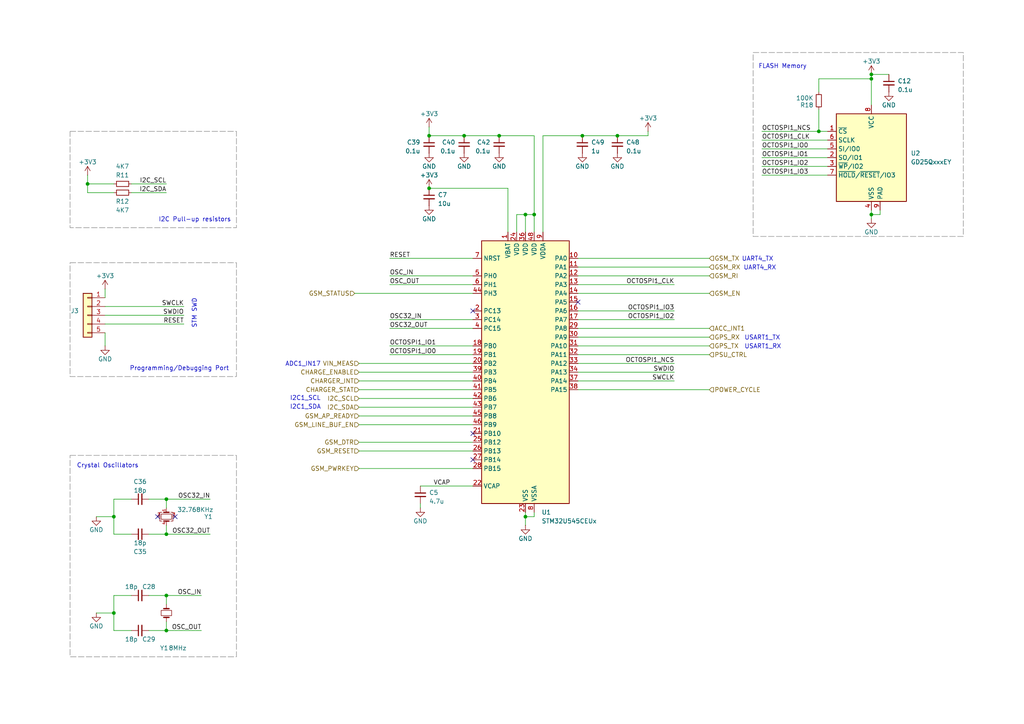
<source format=kicad_sch>
(kicad_sch (version 20250114) (generator "eeschema") (generator_version "9.0")
  (paper "A4")
  (lib_symbols
    (symbol "Connector_Generic:Conn_01x05" (pin_names (offset 1.016) (hide yes))
      (property "Reference" "J" (at 0 7.62 0))
      (property "Value" "Conn_01x05" (at 0 -7.62 0))
      (symbol "Conn_01x05_1_1"
        (rectangle (start -1.27 6.35) (end 1.27 -6.35) (stroke (width 0.254)) (fill (type background)))
        (rectangle (start -1.27 5.207) (end 0 4.953) (stroke (width 0.1524)))
        (rectangle (start -1.27 2.667) (end 0 2.413) (stroke (width 0.1524)))
        (rectangle (start -1.27 0.127) (end 0 -0.127) (stroke (width 0.1524)))
        (rectangle (start -1.27 -2.413) (end 0 -2.667) (stroke (width 0.1524)))
        (rectangle (start -1.27 -4.953) (end 0 -5.207) (stroke (width 0.1524)))
        (pin passive line (at -5.08 5.08 0) (length 3.81) (name "Pin_1") (number "1"))
        (pin passive line (at -5.08 2.54 0) (length 3.81) (name "Pin_2") (number "2"))
        (pin passive line (at -5.08 0 0) (length 3.81) (name "Pin_3") (number "3"))
        (pin passive line (at -5.08 -2.54 0) (length 3.81) (name "Pin_4") (number "4"))
        (pin passive line (at -5.08 -5.08 0) (length 3.81) (name "Pin_5") (number "5"))
      )
    )
    (symbol "Device:C_Small" (pin_numbers (hide yes)) (pin_names (offset 0.254) (hide yes))
      (property "Reference" "C" (at 0.254 1.778 0))
      (property "Value" "C_Small" (at 0.254 -2.032 0))
      (symbol "C_Small_0_1"
        (polyline (pts (xy -1.524 0.508) (xy 1.524 0.508)) (stroke (width 0.3048)))
        (polyline (pts (xy -1.524 -0.508) (xy 1.524 -0.508)) (stroke (width 0.3302)))
      )
      (symbol "C_Small_1_1"
        (pin passive line (at 0 2.54 270) (length 2.032) (name "~") (number "1"))
        (pin passive line (at 0 -2.54 90) (length 2.032) (name "~") (number "2"))
      )
    )
    (symbol "Device:Crystal_GND23_Small" (pin_names (offset 1.016) (hide yes))
      (property "Reference" "Y" (at 1.27 4.445 0))
      (property "Value" "Crystal_GND23_Small" (at 1.27 2.54 0))
      (symbol "Crystal_GND23_Small_0_1"
        (polyline (pts (xy -1.27 1.27) (xy -1.27 1.905) (xy 1.27 1.905) (xy 1.27 1.27)))
        (polyline (pts (xy -1.27 -0.762) (xy -1.27 0.762)) (stroke (width 0.381)))
        (polyline (pts (xy -1.27 -1.27) (xy -1.27 -1.905) (xy 1.27 -1.905) (xy 1.27 -1.27)))
        (rectangle (start -0.762 -1.524) (end 0.762 1.524))
        (polyline (pts (xy 1.27 -0.762) (xy 1.27 0.762)) (stroke (width 0.381)))
      )
      (symbol "Crystal_GND23_Small_1_1"
        (pin passive line (at -2.54 0 0) (length 1.27) (name "1") (number "1"))
        (pin passive line (at 0 2.54 270) (length 0.635) (name "3") (number "3"))
        (pin passive line (at 0 -2.54 90) (length 0.635) (name "2") (number "2"))
        (pin passive line (at 2.54 0 180) (length 1.27) (name "4") (number "4"))
      )
    )
    (symbol "Device:Crystal_Small" (pin_numbers (hide yes)) (pin_names (offset 1.016) (hide yes))
      (property "Reference" "Y" (at 0 2.54 0))
      (property "Value" "Crystal_Small" (at 0 -2.54 0))
      (symbol "Crystal_Small_0_1"
        (polyline (pts (xy -1.27 -0.762) (xy -1.27 0.762)) (stroke (width 0.381)))
        (rectangle (start -0.762 -1.524) (end 0.762 1.524))
        (polyline (pts (xy 1.27 -0.762) (xy 1.27 0.762)) (stroke (width 0.381)))
      )
      (symbol "Crystal_Small_1_1"
        (pin passive line (at -2.54 0 0) (length 1.27) (name "1") (number "1"))
        (pin passive line (at 2.54 0 180) (length 1.27) (name "2") (number "2"))
      )
    )
    (symbol "Device:R_Small" (pin_numbers (hide yes)) (pin_names (offset 0.254) (hide yes))
      (property "Reference" "R" (at 0 0 90))
      (property "Value" "R_Small" (at 1.778 0 90))
      (symbol "R_Small_0_1"
        (rectangle (start -0.762 1.778) (end 0.762 -1.778) (stroke (width 0.2032)))
      )
      (symbol "R_Small_1_1"
        (pin passive line (at 0 2.54 270) (length 0.762) (name "~") (number "1"))
        (pin passive line (at 0 -2.54 90) (length 0.762) (name "~") (number "2"))
      )
    )
    (symbol "MCU_ST_STM32U5:STM32U545CEUx"
      (property "Reference" "U" (at -12.7 39.37 0))
      (property "Value" "STM32U545CEUx" (at 7.62 39.37 0))
      (symbol "STM32U545CEUx_0_1"
        (rectangle (start -12.7 -38.1) (end 12.7 38.1) (stroke (width 0.254)) (fill (type background)))
      )
      (symbol "STM32U545CEUx_1_1"
        (pin input line (at -15.24 33.02 0) (length 2.54) (name "NRST") (number "7"))
        (pin bidirectional line (at -15.24 27.94 0) (length 2.54) (name "PH0") (number "5"))
        (pin bidirectional line (at -15.24 25.4 0) (length 2.54) (name "PH1") (number "6"))
        (pin bidirectional line (at -15.24 22.86 0) (length 2.54) (name "PH3") (number "44"))
        (pin bidirectional line (at -15.24 17.78 0) (length 2.54) (name "PC13") (number "2"))
        (pin bidirectional line (at -15.24 15.24 0) (length 2.54) (name "PC14") (number "3"))
        (pin bidirectional line (at -15.24 12.7 0) (length 2.54) (name "PC15") (number "4"))
        (pin bidirectional line (at -15.24 7.62 0) (length 2.54) (name "PB0") (number "18"))
        (pin bidirectional line (at -15.24 5.08 0) (length 2.54) (name "PB1") (number "19"))
        (pin bidirectional line (at -15.24 2.54 0) (length 2.54) (name "PB2") (number "20"))
        (pin bidirectional line (at -15.24 0 0) (length 2.54) (name "PB3") (number "39"))
        (pin bidirectional line (at -15.24 -2.54 0) (length 2.54) (name "PB4") (number "40"))
        (pin bidirectional line (at -15.24 -5.08 0) (length 2.54) (name "PB5") (number "41"))
        (pin bidirectional line (at -15.24 -7.62 0) (length 2.54) (name "PB6") (number "42"))
        (pin bidirectional line (at -15.24 -10.16 0) (length 2.54) (name "PB7") (number "43"))
        (pin bidirectional line (at -15.24 -12.7 0) (length 2.54) (name "PB8") (number "45"))
        (pin bidirectional line (at -15.24 -15.24 0) (length 2.54) (name "PB9") (number "46"))
        (pin bidirectional line (at -15.24 -17.78 0) (length 2.54) (name "PB10") (number "21"))
        (pin bidirectional line (at -15.24 -20.32 0) (length 2.54) (name "PB12") (number "25"))
        (pin bidirectional line (at -15.24 -22.86 0) (length 2.54) (name "PB13") (number "26"))
        (pin bidirectional line (at -15.24 -25.4 0) (length 2.54) (name "PB14") (number "27"))
        (pin bidirectional line (at -15.24 -27.94 0) (length 2.54) (name "PB15") (number "28"))
        (pin power_out line (at -15.24 -33.02 0) (length 2.54) (name "VCAP") (number "22"))
        (pin power_in line (at -5.08 40.64 270) (length 2.54) (name "VBAT") (number "1"))
        (pin power_in line (at -2.54 40.64 270) (length 2.54) (name "VDD") (number "24"))
        (pin power_in line (at 0 40.64 270) (length 2.54) (name "VDD") (number "36"))
        (pin power_in line (at 0 -40.64 90) (length 2.54) (name "VSS") (number "23"))
        (pin passive line (at 0 -40.64 90) (length 2.54) (hide yes) (name "VSS") (number "35"))
        (pin passive line (at 0 -40.64 90) (length 2.54) (hide yes) (name "VSS") (number "47"))
        (pin passive line (at 0 -40.64 90) (length 2.54) (hide yes) (name "VSS") (number "49"))
        (pin power_in line (at 2.54 40.64 270) (length 2.54) (name "VDD") (number "48"))
        (pin power_in line (at 2.54 -40.64 90) (length 2.54) (name "VSSA") (number "8"))
        (pin power_in line (at 5.08 40.64 270) (length 2.54) (name "VDDA") (number "9"))
        (pin bidirectional line (at 15.24 33.02 180) (length 2.54) (name "PA0") (number "10"))
        (pin bidirectional line (at 15.24 30.48 180) (length 2.54) (name "PA1") (number "11"))
        (pin bidirectional line (at 15.24 27.94 180) (length 2.54) (name "PA2") (number "12"))
        (pin bidirectional line (at 15.24 25.4 180) (length 2.54) (name "PA3") (number "13"))
        (pin bidirectional line (at 15.24 22.86 180) (length 2.54) (name "PA4") (number "14"))
        (pin bidirectional line (at 15.24 20.32 180) (length 2.54) (name "PA5") (number "15"))
        (pin bidirectional line (at 15.24 17.78 180) (length 2.54) (name "PA6") (number "16"))
        (pin bidirectional line (at 15.24 15.24 180) (length 2.54) (name "PA7") (number "17"))
        (pin bidirectional line (at 15.24 12.7 180) (length 2.54) (name "PA8") (number "29"))
        (pin bidirectional line (at 15.24 10.16 180) (length 2.54) (name "PA9") (number "30"))
        (pin bidirectional line (at 15.24 7.62 180) (length 2.54) (name "PA10") (number "31"))
        (pin bidirectional line (at 15.24 5.08 180) (length 2.54) (name "PA11") (number "32"))
        (pin bidirectional line (at 15.24 2.54 180) (length 2.54) (name "PA12") (number "33"))
        (pin bidirectional line (at 15.24 0 180) (length 2.54) (name "PA13") (number "34"))
        (pin bidirectional line (at 15.24 -2.54 180) (length 2.54) (name "PA14") (number "37"))
        (pin bidirectional line (at 15.24 -5.08 180) (length 2.54) (name "PA15") (number "38"))
      )
    )
    (symbol "Memory_Flash:GD25QxxxEY"
      (property "Reference" "U" (at -9.398 13.97 0))
      (property "Value" "GD25QxxxEY" (at 7.112 13.97 0))
      (symbol "GD25QxxxEY_0_1"
        (rectangle (start -10.16 12.7) (end 10.16 -12.7) (stroke (width 0.254)) (fill (type background)))
      )
      (symbol "GD25QxxxEY_1_1"
        (pin input line (at -12.7 7.62 0) (length 2.54) (name "~{CS}") (number "1"))
        (pin input line (at -12.7 5.08 0) (length 2.54) (name "SCLK") (number "6"))
        (pin bidirectional line (at -12.7 2.54 0) (length 2.54) (name "SI/IO0") (number "5"))
        (pin bidirectional line (at -12.7 0 0) (length 2.54) (name "SO/IO1") (number "2"))
        (pin bidirectional line (at -12.7 -2.54 0) (length 2.54) (name "~{WP}/IO2") (number "3"))
        (pin bidirectional line (at -12.7 -5.08 0) (length 2.54) (name "~{HOLD}/~{RESET}/IO3") (number "7"))
        (pin power_in line (at 0 15.24 270) (length 2.54) (name "VCC") (number "8"))
        (pin power_in line (at 0 -15.24 90) (length 2.54) (name "VSS") (number "4"))
        (pin passive line (at 2.54 -15.24 90) (length 2.54) (name "PAD") (number "9"))
      )
    )
    (symbol "power:+3.3V" (power) (pin_numbers (hide yes)) (pin_names (offset 0) (hide yes))
      (property "Value" "+3.3V" (at 0 3.556 0))
      (symbol "+3.3V_0_1"
        (polyline (pts (xy -0.762 1.27) (xy 0 2.54)))
        (polyline (pts (xy 0 2.54) (xy 0.762 1.27)))
        (polyline (pts (xy 0 0) (xy 0 2.54)))
      )
      (symbol "+3.3V_1_1"
        (pin power_in line (at 0 0 90) (length 0) (name "~") (number "1"))
      )
    )
    (symbol "power:GND" (power) (pin_numbers (hide yes)) (pin_names (offset 0) (hide yes))
      (property "Value" "GND" (at 0 -3.81 0))
      (symbol "GND_0_1"
        (polyline (pts (xy 0 0) (xy 0 -1.27) (xy 1.27 -1.27) (xy 0 -2.54) (xy -1.27 -1.27) (xy 0 -1.27)))
      )
      (symbol "GND_1_1"
        (pin power_in line (at 0 0 270) (length 0) (name "~") (number "1"))
      )
    )
  )
  (rectangle (start 218.44 15.24) (end 279.4 68.58) (stroke (width 0) (type dash) (color 132 132 132 1)))
  (rectangle (start 20.32 132.08) (end 68.58 190.5) (stroke (width 0) (type dash) (color 132 132 132 1)))
  (rectangle (start 20.32 38.1) (end 68.58 66.04) (stroke (width 0) (type dash) (color 132 132 132 1)))
  (rectangle (start 20.32 76.2) (end 68.58 109.22) (stroke (width 0) (type dash) (color 132 132 132 1)))
  (text "USART1_RX" (at 215.9 101.346 0) (effects (font (size 1.27 1.27)) (justify left bottom)))
  (text "UART4_TX" (at 215.138 75.946 0) (effects (font (size 1.27 1.27)) (justify left bottom)))
  (text "STM SWD" (at 57.15 95.25 90) (effects (font (size 1.27 1.27)) (justify left bottom)))
  (text "I2C1_SCL" (at 84.074 116.332 0) (effects (font (size 1.27 1.27)) (justify left bottom)))
  (text "I2C1_SDA" (at 84.074 118.872 0) (effects (font (size 1.27 1.27)) (justify left bottom)))
  (text "Crystal Oscillators" (at 31.242 135.128 0) (effects (font (size 1.27 1.27))))
  (text "UART4_RX" (at 215.646 78.486 0) (effects (font (size 1.27 1.27)) (justify left bottom)))
  (text "USART1_TX" (at 215.9 98.806 0) (effects (font (size 1.27 1.27)) (justify left bottom)))
  (text "Programming/Debugging Port" (at 37.592 107.696 0) (effects (font (size 1.27 1.27)) (justify left bottom)))
  (text "FLASH Memory" (at 219.964 20.066 0) (effects (font (size 1.27 1.27)) (justify left bottom)))
  (text "ADC1_IN17" (at 87.884 105.664 0) (effects (font (size 1.27 1.27))))
  (text "I2C Pull-up resistors" (at 45.974 64.516 0) (effects (font (size 1.27 1.27)) (justify left bottom)))
  (junction (at 252.73 21.59))
  (junction (at 48.26 172.72) (diameter 0.9144))
  (junction (at 124.46 39.37))
  (junction (at 48.26 182.88) (diameter 0.9144))
  (junction (at 252.73 22.86))
  (junction (at 252.73 62.23))
  (junction (at 152.4 149.86))
  (junction (at 25.4 53.34) (diameter 0.9144))
  (junction (at 33.02 149.86))
  (junction (at 152.4 62.23))
  (junction (at 179.07 39.37))
  (junction (at 154.94 62.23))
  (junction (at 144.78 39.37))
  (junction (at 48.26 154.94) (diameter 0.9144))
  (junction (at 168.91 39.37))
  (junction (at 33.02 177.8))
  (junction (at 124.46 54.61))
  (junction (at 237.49 38.1))
  (junction (at 134.62 39.37))
  (junction (at 48.26 144.78) (diameter 0.9144))
  (no_connect (at 137.16 125.73))
  (no_connect (at 50.8 149.86))
  (no_connect (at 137.16 90.17))
  (no_connect (at 137.16 133.35))
  (no_connect (at 167.64 87.63))
  (no_connect (at 45.72 149.86))
  (wire (pts (xy 220.98 48.26) (xy 240.03 48.26)))
  (wire (pts (xy 154.94 39.37) (xy 144.78 39.37)))
  (wire (pts (xy 167.64 113.03) (xy 205.74 113.03)))
  (wire (pts (xy 152.4 149.86) (xy 154.94 149.86)))
  (wire (pts (xy 48.26 144.78) (xy 48.26 147.32)))
  (wire (pts (xy 104.14 120.65) (xy 137.16 120.65)))
  (wire (pts (xy 157.48 39.37) (xy 168.91 39.37)))
  (wire (pts (xy 121.92 140.97) (xy 137.16 140.97)))
  (wire (pts (xy 43.18 182.88) (xy 48.26 182.88)))
  (wire (pts (xy 104.14 110.49) (xy 137.16 110.49)))
  (wire (pts (xy 152.4 62.23) (xy 154.94 62.23)))
  (wire (pts (xy 124.46 36.83) (xy 124.46 39.37)))
  (wire (pts (xy 167.64 77.47) (xy 205.74 77.47)))
  (wire (pts (xy 220.98 43.18) (xy 240.03 43.18)))
  (wire (pts (xy 113.03 82.55) (xy 137.16 82.55)))
  (wire (pts (xy 33.02 154.94) (xy 38.1 154.94)))
  (wire (pts (xy 152.4 149.86) (xy 152.4 152.4)))
  (wire (pts (xy 27.94 177.8) (xy 33.02 177.8)))
  (wire (pts (xy 167.64 105.41) (xy 195.58 105.41)))
  (wire (pts (xy 167.64 95.25) (xy 205.74 95.25)))
  (wire (pts (xy 167.64 100.33) (xy 205.74 100.33)))
  (wire (pts (xy 137.16 128.27) (xy 104.14 128.27)))
  (wire (pts (xy 124.46 39.37) (xy 134.62 39.37)))
  (wire (pts (xy 38.1 172.72) (xy 33.02 172.72)))
  (wire (pts (xy 121.92 147.32) (xy 121.92 146.05)))
  (wire (pts (xy 220.98 38.1) (xy 237.49 38.1)))
  (wire (pts (xy 38.1 182.88) (xy 33.02 182.88)))
  (wire (pts (xy 149.86 62.23) (xy 152.4 62.23)))
  (wire (pts (xy 137.16 123.19) (xy 104.14 123.19)))
  (wire (pts (xy 25.4 53.34) (xy 25.4 50.8)))
  (wire (pts (xy 33.02 53.34) (xy 25.4 53.34)))
  (wire (pts (xy 154.94 148.59) (xy 154.94 149.86)))
  (wire (pts (xy 33.02 149.86) (xy 33.02 144.78)))
  (wire (pts (xy 33.02 144.78) (xy 38.1 144.78)))
  (wire (pts (xy 237.49 31.75) (xy 237.49 38.1)))
  (wire (pts (xy 152.4 62.23) (xy 152.4 67.31)))
  (wire (pts (xy 167.64 97.79) (xy 205.74 97.79)))
  (wire (pts (xy 30.48 83.82) (xy 30.48 86.36)))
  (wire (pts (xy 48.26 144.78) (xy 60.96 144.78)))
  (wire (pts (xy 48.26 144.78) (xy 43.18 144.78)))
  (wire (pts (xy 33.02 177.8) (xy 33.02 182.88)))
  (wire (pts (xy 25.4 55.88) (xy 25.4 53.34)))
  (wire (pts (xy 33.02 55.88) (xy 25.4 55.88)))
  (wire (pts (xy 167.64 102.87) (xy 205.74 102.87)))
  (wire (pts (xy 167.64 107.95) (xy 195.58 107.95)))
  (wire (pts (xy 252.73 22.86) (xy 252.73 30.48)))
  (wire (pts (xy 113.03 74.93) (xy 137.16 74.93)))
  (wire (pts (xy 38.1 55.88) (xy 48.26 55.88)))
  (wire (pts (xy 167.64 90.17) (xy 195.58 90.17)))
  (wire (pts (xy 33.02 172.72) (xy 33.02 177.8)))
  (wire (pts (xy 220.98 40.64) (xy 240.03 40.64)))
  (wire (pts (xy 237.49 26.67) (xy 237.49 22.86)))
  (wire (pts (xy 113.03 80.01) (xy 137.16 80.01)))
  (wire (pts (xy 154.94 62.23) (xy 154.94 39.37)))
  (wire (pts (xy 134.62 39.37) (xy 144.78 39.37)))
  (wire (pts (xy 124.46 54.61) (xy 147.32 54.61)))
  (wire (pts (xy 154.94 62.23) (xy 154.94 67.31)))
  (wire (pts (xy 252.73 60.96) (xy 252.73 62.23)))
  (wire (pts (xy 167.64 82.55) (xy 195.58 82.55)))
  (wire (pts (xy 38.1 53.34) (xy 48.26 53.34)))
  (wire (pts (xy 147.32 54.61) (xy 147.32 67.31)))
  (wire (pts (xy 113.03 102.87) (xy 137.16 102.87)))
  (wire (pts (xy 167.64 85.09) (xy 205.74 85.09)))
  (wire (pts (xy 255.27 60.96) (xy 255.27 62.23)))
  (wire (pts (xy 152.4 148.59) (xy 152.4 149.86)))
  (wire (pts (xy 252.73 21.59) (xy 252.73 22.86)))
  (wire (pts (xy 48.26 152.4) (xy 48.26 154.94)))
  (wire (pts (xy 27.94 149.86) (xy 33.02 149.86)))
  (wire (pts (xy 167.64 110.49) (xy 195.58 110.49)))
  (wire (pts (xy 167.64 80.01) (xy 205.74 80.01)))
  (wire (pts (xy 30.48 88.9) (xy 53.34 88.9)))
  (wire (pts (xy 104.14 130.81) (xy 137.16 130.81)))
  (wire (pts (xy 255.27 62.23) (xy 252.73 62.23)))
  (wire (pts (xy 113.03 95.25) (xy 137.16 95.25)))
  (wire (pts (xy 102.87 85.09) (xy 137.16 85.09)))
  (wire (pts (xy 48.26 172.72) (xy 58.42 172.72)))
  (wire (pts (xy 104.14 107.95) (xy 137.16 107.95)))
  (wire (pts (xy 30.48 91.44) (xy 53.34 91.44)))
  (wire (pts (xy 168.91 39.37) (xy 179.07 39.37)))
  (wire (pts (xy 33.02 154.94) (xy 33.02 149.86)))
  (wire (pts (xy 48.26 172.72) (xy 48.26 175.26)))
  (wire (pts (xy 30.48 93.98) (xy 53.34 93.98)))
  (wire (pts (xy 237.49 22.86) (xy 252.73 22.86)))
  (wire (pts (xy 187.96 38.1) (xy 187.96 39.37)))
  (wire (pts (xy 104.14 113.03) (xy 137.16 113.03)))
  (wire (pts (xy 167.64 92.71) (xy 195.58 92.71)))
  (wire (pts (xy 157.48 39.37) (xy 157.48 67.31)))
  (wire (pts (xy 237.49 38.1) (xy 240.03 38.1)))
  (wire (pts (xy 220.98 50.8) (xy 240.03 50.8)))
  (wire (pts (xy 43.18 172.72) (xy 48.26 172.72)))
  (wire (pts (xy 104.14 105.41) (xy 137.16 105.41)))
  (wire (pts (xy 167.64 74.93) (xy 205.74 74.93)))
  (wire (pts (xy 48.26 182.88) (xy 58.42 182.88)))
  (wire (pts (xy 104.14 118.11) (xy 137.16 118.11)))
  (wire (pts (xy 30.48 96.52) (xy 30.48 100.33)))
  (wire (pts (xy 113.03 100.33) (xy 137.16 100.33)))
  (wire (pts (xy 220.98 45.72) (xy 240.03 45.72)))
  (wire (pts (xy 149.86 62.23) (xy 149.86 67.31)))
  (wire (pts (xy 60.96 154.94) (xy 48.26 154.94)))
  (wire (pts (xy 48.26 154.94) (xy 43.18 154.94)))
  (wire (pts (xy 48.26 182.88) (xy 48.26 180.34)))
  (wire (pts (xy 104.14 115.57) (xy 137.16 115.57)))
  (wire (pts (xy 113.03 92.71) (xy 137.16 92.71)))
  (wire (pts (xy 252.73 62.23) (xy 252.73 63.5)))
  (wire (pts (xy 257.81 21.59) (xy 252.73 21.59)))
  (wire (pts (xy 104.14 135.89) (xy 137.16 135.89)))
  (wire (pts (xy 187.96 39.37) (xy 179.07 39.37)))
  (label "VCAP" (at 125.73 140.97 0))
  (label "OSC32_IN" (at 60.96 144.78 180))
  (label "OCTOSPI1_IO3" (at 220.98 50.8 0))
  (label "SWCLK" (at 195.58 110.49 180))
  (label "SWDIO" (at 195.58 107.95 180))
  (label "OSC_OUT" (at 113.03 82.55 0))
  (label "OCTOSPI1_IO0" (at 113.03 102.87 0))
  (label "RESET" (at 113.03 74.93 0))
  (label "I2C_SCL" (at 48.26 53.34 180))
  (label "SWDIO" (at 53.34 91.44 180))
  (label "OCTOSPI1_NCS" (at 195.58 105.41 180))
  (label "OSC32_OUT" (at 113.03 95.25 0))
  (label "I2C_SDA" (at 48.26 55.88 180))
  (label "RESET" (at 53.34 93.98 180))
  (label "OSC32_IN" (at 113.03 92.71 0))
  (label "OCTOSPI1_IO1" (at 220.98 45.72 0))
  (label "OSC_IN" (at 58.42 172.72 180))
  (label "OSC_OUT" (at 58.42 182.88 180))
  (label "OCTOSPI1_IO3" (at 195.58 90.17 180))
  (label "OCTOSPI1_IO2" (at 195.58 92.71 180))
  (label "OCTOSPI1_CLK" (at 195.58 82.55 180))
  (label "OSC32_OUT" (at 60.96 154.94 180))
  (label "OCTOSPI1_NCS" (at 220.98 38.1 0))
  (label "OCTOSPI1_IO1" (at 113.03 100.33 0))
  (label "SWCLK" (at 53.34 88.9 180))
  (label "OCTOSPI1_IO2" (at 220.98 48.26 0))
  (label "OSC_IN" (at 113.03 80.01 0))
  (label "OCTOSPI1_CLK" (at 220.98 40.64 0))
  (label "OCTOSPI1_IO0" (at 220.98 43.18 0))
  (hierarchical_label "ACC_INT1" (shape input) (at 205.74 95.25 0))
  (hierarchical_label "GSM_TX" (shape input) (at 205.74 74.93 0))
  (hierarchical_label "GSM_STATUS" (shape input) (at 102.87 85.09 180))
  (hierarchical_label "PSU_CTRL" (shape input) (at 205.74 102.87 0))
  (hierarchical_label "GSM_LINE_BUF_EN" (shape input) (at 104.14 123.19 180))
  (hierarchical_label "GSM_EN" (shape input) (at 205.74 85.09 0))
  (hierarchical_label "GSM_RI" (shape input) (at 205.74 80.01 0))
  (hierarchical_label "GSM_RESET" (shape input) (at 104.14 130.81 180))
  (hierarchical_label "CHARGER_STAT" (shape input) (at 104.14 113.03 180))
  (hierarchical_label "CHARGER_INT" (shape input) (at 104.14 110.49 180))
  (hierarchical_label "POWER_CYCLE" (shape input) (at 205.74 113.03 0))
  (hierarchical_label "GSM_DTR" (shape input) (at 104.14 128.27 180))
  (hierarchical_label "I2C_SDA" (shape input) (at 104.14 118.11 180))
  (hierarchical_label "GSM_AP_READY" (shape input) (at 104.14 120.65 180))
  (hierarchical_label "CHARGE_ENABLE" (shape input) (at 104.14 107.95 180))
  (hierarchical_label "VIN_MEAS" (shape input) (at 104.14 105.41 180))
  (hierarchical_label "GPS_TX" (shape input) (at 205.74 100.33 0))
  (hierarchical_label "I2C_SCL" (shape input) (at 104.14 115.57 180))
  (hierarchical_label "GPS_RX" (shape input) (at 205.74 97.79 0))
  (hierarchical_label "GSM_RX" (shape input) (at 205.74 77.47 0))
  (hierarchical_label "GSM_PWRKEY" (shape input) (at 104.14 135.89 180))
  (symbol (lib_id "power:GND") (at 168.91 44.45 0) (mirror y) (unit 1)
    (property "Reference" "#PWR026" (effects (hide yes)))
    (property "Value" "GND" (at 168.91 48.26 0))
    (property "Description" "Power symbol creates a global label with name \"GND\" , ground" (effects (hide yes)))
    (instances (project "BK4000TG_V3" (path "" (reference "#PWR029") (unit 1))) (project "BK4000TG_V3" (path "" (reference "#PWR026") (unit 1))))
  )
  (symbol (lib_id "power:GND") (at 152.4 152.4 0) (mirror y) (unit 1)
    (property "Reference" "#PWR025" (effects (hide yes)))
    (property "Value" "GND" (at 152.4 156.21 0))
    (property "Description" "Power symbol creates a global label with name \"GND\" , ground" (effects (hide yes)))
    (instances (project "BK4000TG_V3" (path "" (reference "#PWR073") (unit 1))) (project "BK4000TG_V3" (path "" (reference "#PWR025") (unit 1))))
  )
  (symbol (lib_id "Device:Crystal_Small") (at 48.26 177.8 270) (mirror x) (unit 1)
    (property "Reference" "Y2" (at 46.3551 187.96 90) (effects (justify left)))
    (property "Value" "8MHz" (at 48.8951 187.96 90) (effects (justify left)))
    (property "Footprint" "Crystal:Crystal_SMD_0603-4Pin_6.0x3.5mm" (effects (hide yes)))
    (property "Description" "Two pin crystal, small symbol" (effects (hide yes)))
    (property "Part No" "MCSJK-6G-8.00-16-10-80-B-20" (effects (hide yes)))
    (instances (project "BK4000TG_V3" (path "" (reference "Y1") (unit 1))) (project "BK4000TG_V3" (path "" (reference "Y2") (unit 1))))
  )
  (symbol (lib_id "power:GND") (at 124.46 59.69 0) (mirror y) (unit 1)
    (property "Reference" "#PWR022" (effects (hide yes)))
    (property "Value" "GND" (at 124.46 63.5 0))
    (property "Description" "Power symbol creates a global label with name \"GND\" , ground" (effects (hide yes)))
  )
  (symbol (lib_id "Device:R_Small") (at 237.49 29.21 0) (unit 1)
    (property "Reference" "R18" (at 235.966 30.48 0) (effects (justify right)))
    (property "Value" "100K" (at 235.966 28.448 0) (effects (justify right)))
    (property "Footprint" "Resistor_SMD:R_0402_1005Metric" (effects (hide yes)))
    (property "Description" "Resistor, small symbol" (effects (hide yes)))
  )
  (symbol (lib_id "power:+3.3V") (at 30.48 83.82 0) (mirror y) (unit 1)
    (property "Reference" "#PWR015" (effects (hide yes)))
    (property "Value" "+3V3" (at 30.48 80.01 0))
    (property "Description" "Power symbol creates a global label with name \"+3.3V\"" (effects (hide yes)))
    (instances (project "BK4000TG_V3" (path "" (reference "#PWR0102") (unit 1))) (project "BK4000TG_V3" (path "" (reference "#PWR015") (unit 1))))
  )
  (symbol (lib_id "Device:C_Small") (at 134.62 41.91 0) (mirror y) (unit 1)
    (property "Reference" "C8" (at 132.08 41.2749 0) (effects (justify left)))
    (property "Value" "0.1u" (at 132.08 43.8149 0) (effects (justify left)))
    (property "Footprint" "Capacitor_SMD:C_0603_1608Metric" (effects (hide yes)))
    (property "Description" "Unpolarized capacitor, small symbol" (effects (hide yes)))
    (instances (project "BK4000TG_V3" (path "" (reference "C40") (unit 1))) (project "BK4000TG_V3" (path "" (reference "C8") (unit 1))))
  )
  (symbol (lib_id "Device:C_Small") (at 257.81 24.13 0) (unit 1)
    (property "Reference" "C12" (at 260.35 23.4949 0) (effects (justify left)))
    (property "Value" "0.1u" (at 260.35 26.0349 0) (effects (justify left)))
    (property "Footprint" "Capacitor_SMD:C_0603_1608Metric" (effects (hide yes)))
    (property "Description" "Unpolarized capacitor, small symbol" (effects (hide yes)))
  )
  (symbol (lib_id "power:GND") (at 121.92 147.32 0) (mirror y) (unit 1)
    (property "Reference" "#PWR018" (effects (hide yes)))
    (property "Value" "GND" (at 121.92 151.13 0))
    (property "Description" "Power symbol creates a global label with name \"GND\" , ground" (effects (hide yes)))
  )
  (symbol (lib_id "power:+3.3V") (at 124.46 54.61 0) (mirror y) (unit 1)
    (property "Reference" "#PWR021" (effects (hide yes)))
    (property "Value" "+3V3" (at 124.46 50.8 0))
    (property "Description" "Power symbol creates a global label with name \"+3.3V\"" (effects (hide yes)))
  )
  (symbol (lib_id "power:GND") (at 257.81 26.67 0) (mirror y) (unit 1)
    (property "Reference" "#PWR031" (effects (hide yes)))
    (property "Value" "GND" (at 257.81 30.48 0))
    (property "Description" "Power symbol creates a global label with name \"GND\" , ground" (effects (hide yes)))
  )
  (symbol (lib_id "Device:C_Small") (at 40.64 144.78 90) (mirror x) (unit 1)
    (property "Reference" "C1" (at 40.64 139.7 90))
    (property "Value" "18p" (at 40.64 142.24 90))
    (property "Footprint" "Capacitor_SMD:C_0402_1005Metric" (effects (hide yes)))
    (property "Description" "Unpolarized capacitor, small symbol" (effects (hide yes)))
    (instances (project "BK4000TG_V3" (path "" (reference "C36") (unit 1))) (project "BK4000TG_V3" (path "" (reference "C1") (unit 1))))
  )
  (symbol (lib_id "power:+3.3V") (at 187.96 38.1 0) (mirror y) (unit 1)
    (property "Reference" "#PWR028" (effects (hide yes)))
    (property "Value" "+3V3" (at 187.96 34.29 0))
    (property "Description" "Power symbol creates a global label with name \"+3.3V\"" (effects (hide yes)))
    (instances (project "BK4000TG_V3" (path "" (reference "#PWR070") (unit 1))) (project "BK4000TG_V3" (path "" (reference "#PWR028") (unit 1))))
  )
  (symbol (lib_id "Connector_Generic:Conn_01x05") (at 25.4 91.44 0) (mirror y) (unit 1)
    (property "Reference" "J3" (at 22.86 90.1699 0) (effects (justify left)))
    (property "Value" "Conn_01x05" (effects (hide yes)))
    (property "Footprint" "Connector_JST:JST_PH_B5B-PH-SM4-TB_1x05-1MP_P2.00mm_Vertical" (effects (hide yes)))
    (property "Description" "Generic connector, single row, 01x05, script generated (kicad-library-utils/schlib/autogen/connector/)" (effects (hide yes)))
  )
  (symbol (lib_id "power:+3.3V") (at 124.46 36.83 0) (mirror y) (unit 1)
    (property "Reference" "#PWR019" (effects (hide yes)))
    (property "Value" "+3V3" (at 124.46 33.02 0))
    (property "Description" "Power symbol creates a global label with name \"+3.3V\"" (effects (hide yes)))
    (instances (project "BK4000TG_V3" (path "" (reference "#PWR069") (unit 1))) (project "BK4000TG_V3" (path "" (reference "#PWR019") (unit 1))))
  )
  (symbol (lib_id "power:GND") (at 134.62 44.45 0) (mirror y) (unit 1)
    (property "Reference" "#PWR023" (effects (hide yes)))
    (property "Value" "GND" (at 134.62 48.26 0))
    (property "Description" "Power symbol creates a global label with name \"GND\" , ground" (effects (hide yes)))
    (instances (project "BK4000TG_V3" (path "" (reference "#PWR08") (unit 1))) (project "BK4000TG_V3" (path "" (reference "#PWR023") (unit 1))))
  )
  (symbol (lib_id "Device:C_Small") (at 121.92 143.51 0) (unit 1)
    (property "Reference" "C5" (at 124.46 142.8749 0) (effects (justify left)))
    (property "Value" "4.7u" (at 124.46 145.4149 0) (effects (justify left)))
    (property "Footprint" "Capacitor_SMD:C_0603_1608Metric" (effects (hide yes)))
    (property "Description" "Unpolarized capacitor, small symbol" (effects (hide yes)))
  )
  (symbol (lib_id "power:GND") (at 27.94 177.8 0) (unit 1)
    (property "Reference" "#PWR014" (effects (hide yes)))
    (property "Value" "GND" (at 27.94 181.61 0))
    (property "Description" "Power symbol creates a global label with name \"GND\" , ground" (effects (hide yes)))
    (instances (project "BK4000TG_V3" (path "" (reference "#PWR072") (unit 1))) (project "BK4000TG_V3" (path "" (reference "#PWR014") (unit 1))))
  )
  (symbol (lib_id "Device:C_Small") (at 40.64 172.72 90) (unit 1)
    (property "Reference" "C3" (at 43.18 170.18 90))
    (property "Value" "18p" (at 38.1 170.18 90))
    (property "Footprint" "Capacitor_SMD:C_0402_1005Metric" (effects (hide yes)))
    (property "Description" "Unpolarized capacitor, small symbol" (effects (hide yes)))
    (instances (project "BK4000TG_V3" (path "" (reference "C28") (unit 1))) (project "BK4000TG_V3" (path "" (reference "C3") (unit 1))))
  )
  (symbol (lib_id "power:GND") (at 252.73 63.5 0) (mirror y) (unit 1)
    (property "Reference" "#PWR030" (effects (hide yes)))
    (property "Value" "GND" (at 252.73 67.31 0))
    (property "Description" "Power symbol creates a global label with name \"GND\" , ground" (effects (hide yes)))
  )
  (symbol (lib_id "Device:C_Small") (at 124.46 41.91 0) (mirror y) (unit 1)
    (property "Reference" "C6" (at 121.92 41.2749 0) (effects (justify left)))
    (property "Value" "0.1u" (at 121.92 43.8149 0) (effects (justify left)))
    (property "Footprint" "Capacitor_SMD:C_0603_1608Metric" (effects (hide yes)))
    (property "Description" "Unpolarized capacitor, small symbol" (effects (hide yes)))
    (instances (project "BK4000TG_V3" (path "" (reference "C39") (unit 1))) (project "BK4000TG_V3" (path "" (reference "C6") (unit 1))))
  )
  (symbol (lib_id "power:GND") (at 124.46 44.45 0) (mirror y) (unit 1)
    (property "Reference" "#PWR020" (effects (hide yes)))
    (property "Value" "GND" (at 124.46 48.26 0))
    (property "Description" "Power symbol creates a global label with name \"GND\" , ground" (effects (hide yes)))
    (instances (project "BK4000TG_V3" (path "" (reference "#PWR07") (unit 1))) (project "BK4000TG_V3" (path "" (reference "#PWR020") (unit 1))))
  )
  (symbol (lib_id "Device:R_Small") (at 35.56 53.34 270) (unit 1)
    (property "Reference" "R5" (at 37.4649 50.8 90) (effects (justify right)))
    (property "Value" "4K7" (at 37.4649 48.26 90) (effects (justify right)))
    (property "Footprint" "Resistor_SMD:R_0402_1005Metric" (effects (hide yes)))
    (property "Description" "Resistor, small symbol" (effects (hide yes)))
    (instances (project "BK4000TG_V3" (path "" (reference "R11") (unit 1))) (project "BK4000TG_V3" (path "" (reference "R5") (unit 1))))
  )
  (symbol (lib_id "power:GND") (at 30.48 100.33 0) (mirror y) (unit 1)
    (property "Reference" "#PWR016" (effects (hide yes)))
    (property "Value" "GND" (at 30.48 104.14 0))
    (property "Description" "Power symbol creates a global label with name \"GND\" , ground" (effects (hide yes)))
    (instances (project "BK4000TG_V3" (path "" (reference "#PWR0101") (unit 1))) (project "BK4000TG_V3" (path "" (reference "#PWR016") (unit 1))))
  )
  (symbol (lib_id "Device:C_Small") (at 179.07 41.91 0) (unit 1)
    (property "Reference" "C11" (at 181.61 41.2749 0) (effects (justify left)))
    (property "Value" "0.1u" (at 181.61 43.8149 0) (effects (justify left)))
    (property "Footprint" "Capacitor_SMD:C_0603_1608Metric" (effects (hide yes)))
    (property "Description" "Unpolarized capacitor, small symbol" (effects (hide yes)))
    (instances (project "BK4000TG_V3" (path "" (reference "C48") (unit 1))) (project "BK4000TG_V3" (path "" (reference "C11") (unit 1))))
  )
  (symbol (lib_id "Device:C_Small") (at 40.64 182.88 90) (unit 1)
    (property "Reference" "C4" (at 43.18 185.42 90))
    (property "Value" "18p" (at 38.1 185.42 90))
    (property "Footprint" "Capacitor_SMD:C_0402_1005Metric" (effects (hide yes)))
    (property "Description" "Unpolarized capacitor, small symbol" (effects (hide yes)))
    (instances (project "BK4000TG_V3" (path "" (reference "C29") (unit 1))) (project "BK4000TG_V3" (path "" (reference "C4") (unit 1))))
  )
  (symbol (lib_id "Memory_Flash:GD25QxxxEY") (at 252.73 45.72 0) (unit 1)
    (property "Reference" "U2" (at 264.16 44.4499 0) (effects (justify left)))
    (property "Value" "GD25QxxxEY" (at 264.16 46.9899 0) (effects (justify left)))
    (property "Footprint" "Package_SON:WSON-8-1EP_8x6mm_P1.27mm_EP3.4x4.3mm" (effects (hide yes)))
    (property "Datasheet" "https://www.lcsc.com/datasheet/lcsc_datasheet_2201241400_GigaDevice-Semicon-Beijing-GD25Q256EYIGR_C2927043.pdf" (effects (hide yes)))
    (property "Description" "3.0V, Standard/Dual/Quad Serial Flash, WSON-8" (effects (hide yes)))
  )
  (symbol (lib_id "power:+3.3V") (at 25.4 50.8 0) (unit 1)
    (property "Reference" "#PWR017" (effects (hide yes)))
    (property "Value" "+3V3" (at 25.4 46.99 0))
    (property "Description" "Power symbol creates a global label with name \"+3.3V\"" (effects (hide yes)))
    (instances (project "BK4000TG_V3" (path "" (reference "#PWR071") (unit 1))) (project "BK4000TG_V3" (path "" (reference "#PWR017") (unit 1))))
  )
  (symbol (lib_id "Device:C_Small") (at 124.46 57.15 0) (unit 1)
    (property "Reference" "C7" (at 127 56.5149 0) (effects (justify left)))
    (property "Value" "10u" (at 127 59.0549 0) (effects (justify left)))
    (property "Footprint" "Capacitor_SMD:C_0805_2012Metric" (effects (hide yes)))
    (property "Description" "Unpolarized capacitor, small symbol" (effects (hide yes)))
  )
  (symbol (lib_id "Device:C_Small") (at 168.91 41.91 0) (unit 1)
    (property "Reference" "C10" (at 171.45 41.2749 0) (effects (justify left)))
    (property "Value" "1u" (at 171.45 43.8149 0) (effects (justify left)))
    (property "Footprint" "Capacitor_SMD:C_0603_1608Metric" (effects (hide yes)))
    (property "Description" "Unpolarized capacitor, small symbol" (effects (hide yes)))
    (instances (project "BK4000TG_V3" (path "" (reference "C49") (unit 1))) (project "BK4000TG_V3" (path "" (reference "C10") (unit 1))))
  )
  (symbol (lib_id "power:+3.3V") (at 252.73 21.59 0) (mirror y) (unit 1)
    (property "Reference" "#PWR029" (effects (hide yes)))
    (property "Value" "+3V3" (at 252.73 17.78 0))
    (property "Description" "Power symbol creates a global label with name \"+3.3V\"" (effects (hide yes)))
  )
  (symbol (lib_id "Device:R_Small") (at 35.56 55.88 270) (unit 1)
    (property "Reference" "R6" (at 37.4649 58.42 90) (effects (justify right)))
    (property "Value" "4K7" (at 37.4649 60.96 90) (effects (justify right)))
    (property "Footprint" "Resistor_SMD:R_0402_1005Metric" (effects (hide yes)))
    (property "Description" "Resistor, small symbol" (effects (hide yes)))
    (instances (project "BK4000TG_V3" (path "" (reference "R12") (unit 1))) (project "BK4000TG_V3" (path "" (reference "R6") (unit 1))))
  )
  (symbol (lib_id "Device:C_Small") (at 144.78 41.91 0) (mirror y) (unit 1)
    (property "Reference" "C9" (at 142.24 41.2749 0) (effects (justify left)))
    (property "Value" "0.1u" (at 142.24 43.8149 0) (effects (justify left)))
    (property "Footprint" "Capacitor_SMD:C_0603_1608Metric" (effects (hide yes)))
    (property "Description" "Unpolarized capacitor, small symbol" (effects (hide yes)))
    (instances (project "BK4000TG_V3" (path "" (reference "C42") (unit 1))) (project "BK4000TG_V3" (path "" (reference "C9") (unit 1))))
  )
  (symbol (lib_id "Device:C_Small") (at 40.64 154.94 270) (mirror x) (unit 1)
    (property "Reference" "C2" (at 40.64 160.02 90))
    (property "Value" "18p" (at 40.64 157.48 90))
    (property "Footprint" "Capacitor_SMD:C_0402_1005Metric" (effects (hide yes)))
    (property "Description" "Unpolarized capacitor, small symbol" (effects (hide yes)))
    (instances (project "BK4000TG_V3" (path "" (reference "C35") (unit 1))) (project "BK4000TG_V3" (path "" (reference "C2") (unit 1))))
  )
  (symbol (lib_id "MCU_ST_STM32U5:STM32U545CEUx") (at 152.4 107.95 0) (unit 1)
    (property "Reference" "U1" (at 157.0833 148.59 0) (effects (justify left)))
    (property "Value" "STM32U545CEUx" (at 157.0833 151.13 0) (effects (justify left)))
    (property "Footprint" "Package_DFN_QFN:QFN-48-1EP_7x7mm_P0.5mm_EP5.6x5.6mm" (effects (hide yes)))
    (property "Datasheet" "https://www.st.com/resource/en/datasheet/stm32u545ce.pdf" (effects (hide yes)))
    (property "Description" "STMicroelectronics Arm Cortex-M33 MCU, 512KB flash, 274KB RAM, 37 GPIO, UFQFPN48" (effects (hide yes)))
  )
  (symbol (lib_id "Device:Crystal_GND23_Small") (at 48.26 149.86 270) (unit 1)
    (property "Reference" "Y1" (at 60.452 149.86 90))
    (property "Value" "32.768KHz" (at 56.642 147.828 90))
    (property "Footprint" "Crystal:Crystal_SMD_SeikoEpson_MC146-4Pin_6.7x1.5mm" (effects (hide yes)))
    (property "Description" "Four pin crystal, GND on pins 2 and 3, small symbol" (effects (hide yes)))
  )
  (symbol (lib_id "power:GND") (at 27.94 149.86 0) (unit 1)
    (property "Reference" "#PWR013" (effects (hide yes)))
    (property "Value" "GND" (at 27.94 153.67 0))
    (property "Description" "Power symbol creates a global label with name \"GND\" , ground" (effects (hide yes)))
    (instances (project "BK4000TG_V3" (path "" (reference "#PWR082") (unit 1))) (project "BK4000TG_V3" (path "" (reference "#PWR013") (unit 1))))
  )
  (symbol (lib_id "power:GND") (at 144.78 44.45 0) (mirror y) (unit 1)
    (property "Reference" "#PWR024" (effects (hide yes)))
    (property "Value" "GND" (at 144.78 48.26 0))
    (property "Description" "Power symbol creates a global label with name \"GND\" , ground" (effects (hide yes)))
    (instances (project "BK4000TG_V3" (path "" (reference "#PWR09") (unit 1))) (project "BK4000TG_V3" (path "" (reference "#PWR024") (unit 1))))
  )
  (symbol (lib_id "power:GND") (at 179.07 44.45 0) (mirror y) (unit 1)
    (property "Reference" "#PWR027" (effects (hide yes)))
    (property "Value" "GND" (at 179.07 48.26 0))
    (property "Description" "Power symbol creates a global label with name \"GND\" , ground" (effects (hide yes)))
    (instances (project "BK4000TG_V3" (path "" (reference "#PWR031") (unit 1))) (project "BK4000TG_V3" (path "" (reference "#PWR027") (unit 1))))
  )
)
</source>
